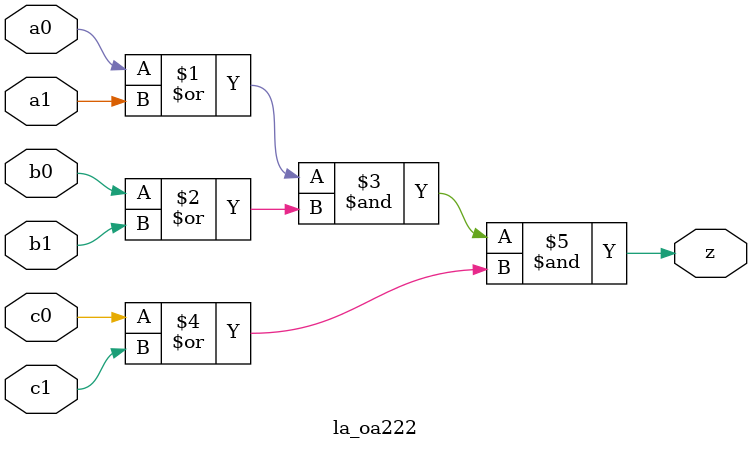
<source format=v>


module la_oa222 #(
    parameter PROP = "DEFAULT"
) (
    input  a0,
    input  a1,
    input  b0,
    input  b1,
    input  c0,
    input  c1,
    output z
);

    assign z = (a0 | a1) & (b0 | b1) & (c0 | c1);

endmodule

</source>
